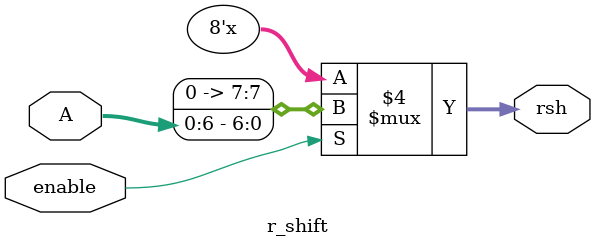
<source format=v>
module r_shift #(
    parameter inputsize = 8
)(A, enable, /*clock,*/ rsh);

//input clock;
input [0:inputsize - 1] A;
input enable;
output reg [0:inputsize - 1] rsh;

always @ (*) begin

    if (enable) begin
        rsh = A;        //still have issues when deciding if using sinchronous or
        rsh = rsh >> 1; //asinchronous statements
    end

end

endmodule

</source>
